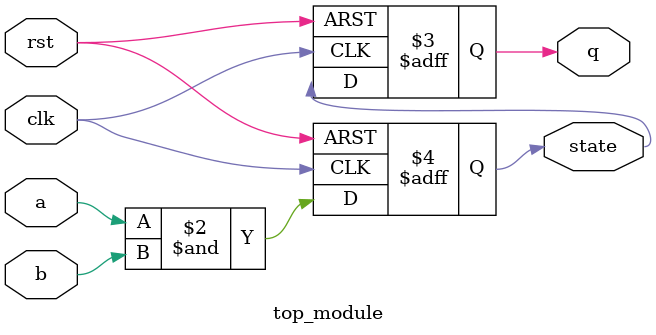
<source format=sv>
module top_module (
    input clk,
    input a,
    input b,
    input wire rst,
    output reg q,
    output reg state
);

always @(posedge clk or posedge rst) begin
    if (rst) begin
        state <= 0;
        q <= 0;
    end else begin
        state <= a & b;
        q <= state;
    end
end

endmodule

</source>
